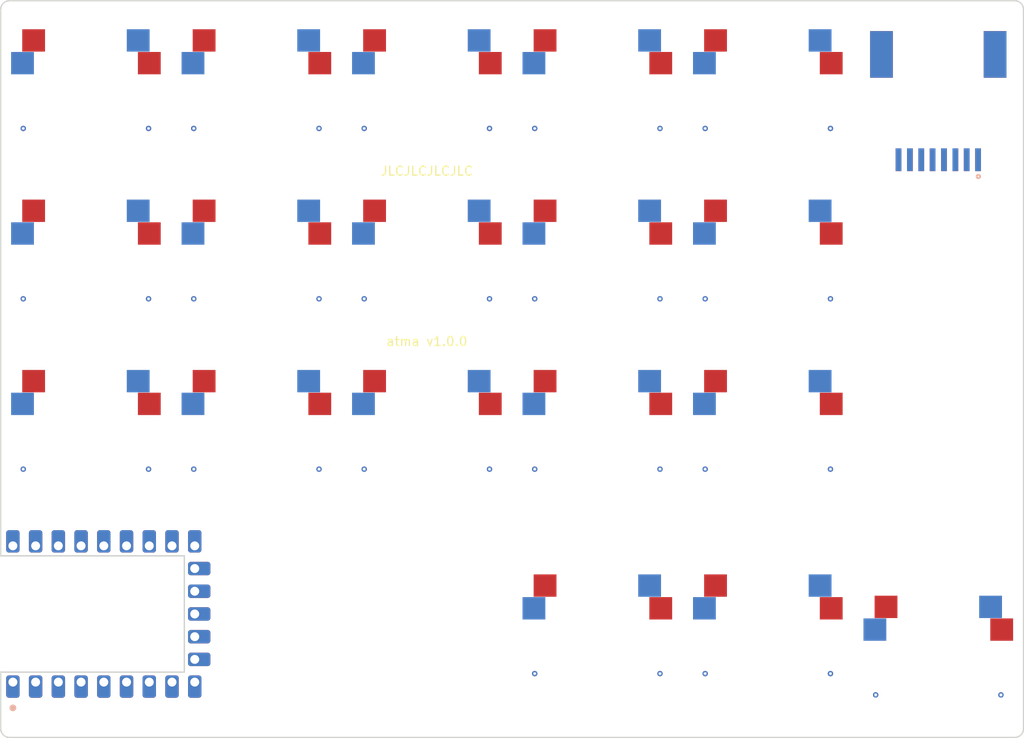
<source format=kicad_pcb>

            
(kicad_pcb (version 20171130) (host pcbnew 5.1.6)

  (page A3)
  (title_block
    (title atma)
    (rev 1.0.0)
    (company sboysel)
  )

  (general
    (thickness 1.6)
  )

  (layers
    (0 F.Cu signal)
    (31 B.Cu signal)
    (32 B.Adhes user)
    (33 F.Adhes user)
    (34 B.Paste user)
    (35 F.Paste user)
    (36 B.SilkS user)
    (37 F.SilkS user)
    (38 B.Mask user)
    (39 F.Mask user)
    (40 Dwgs.User user)
    (41 Cmts.User user)
    (42 Eco1.User user)
    (43 Eco2.User user)
    (44 Edge.Cuts user)
    (45 Margin user)
    (46 B.CrtYd user)
    (47 F.CrtYd user)
    (48 B.Fab user)
    (49 F.Fab user)
  )

  (setup
    (last_trace_width 0.25)
    (trace_clearance 0.2)
    (zone_clearance 0.508)
    (zone_45_only no)
    (trace_min 0.2)
    (via_size 0.8)
    (via_drill 0.4)
    (via_min_size 0.4)
    (via_min_drill 0.3)
    (uvia_size 0.3)
    (uvia_drill 0.1)
    (uvias_allowed no)
    (uvia_min_size 0.2)
    (uvia_min_drill 0.1)
    (edge_width 0.05)
    (segment_width 0.2)
    (pcb_text_width 0.3)
    (pcb_text_size 1.5 1.5)
    (mod_edge_width 0.12)
    (mod_text_size 1 1)
    (mod_text_width 0.15)
    (pad_size 1.524 1.524)
    (pad_drill 0.762)
    (pad_to_mask_clearance 0.05)
    (aux_axis_origin 0 0)
    (visible_elements FFFFFF7F)
    (pcbplotparams
      (layerselection 0x010fc_ffffffff)
      (usegerberextensions false)
      (usegerberattributes true)
      (usegerberadvancedattributes true)
      (creategerberjobfile true)
      (excludeedgelayer true)
      (linewidth 0.100000)
      (plotframeref false)
      (viasonmask false)
      (mode 1)
      (useauxorigin false)
      (hpglpennumber 1)
      (hpglpenspeed 20)
      (hpglpendiameter 15.000000)
      (psnegative false)
      (psa4output false)
      (plotreference true)
      (plotvalue true)
      (plotinvisibletext false)
      (padsonsilk false)
      (subtractmaskfromsilk false)
      (outputformat 1)
      (mirror false)
      (drillshape 1)
      (scaleselection 1)
      (outputdirectory ""))
  )

            (net 0 "")
(net 1 "matrix_pinky_bottom")
(net 2 "matrix_pinky_home")
(net 3 "matrix_pinky_top")
(net 4 "matrix_ring_bottom")
(net 5 "matrix_ring_home")
(net 6 "matrix_ring_top")
(net 7 "matrix_middle_bottom")
(net 8 "matrix_middle_home")
(net 9 "matrix_middle_top")
(net 10 "matrix_index_top")
(net 11 "matrix_index_home")
(net 12 "matrix_index_bottom")
(net 13 "GP12")
(net 14 "GP13")
(net 15 "matrix_inner_bottom")
(net 16 "matrix_inner_home")
(net 17 "matrix_inner_top")
(net 18 "thumbfan_far_home")
(net 19 "thumbfan_middle_home")
(net 20 "thumbfan_near_home")
(net 21 "3V3")
(net 22 "GND")
(net 23 "5V")
(net 24 "thumb_near_mods")
(net 25 "thumb_middle_mods")
(net 26 "thumb_far_mods")
            
  (net_class Default "This is the default net class."
    (clearance 0.2)
    (trace_width 0.25)
    (via_dia 0.8)
    (via_drill 0.4)
    (uvia_dia 0.3)
    (uvia_drill 0.1)
    (add_net "")
(add_net "matrix_pinky_bottom")
(add_net "matrix_pinky_home")
(add_net "matrix_pinky_top")
(add_net "matrix_ring_bottom")
(add_net "matrix_ring_home")
(add_net "matrix_ring_top")
(add_net "matrix_middle_bottom")
(add_net "matrix_middle_home")
(add_net "matrix_middle_top")
(add_net "matrix_index_top")
(add_net "matrix_index_home")
(add_net "matrix_index_bottom")
(add_net "GP12")
(add_net "GP13")
(add_net "matrix_inner_bottom")
(add_net "matrix_inner_home")
(add_net "matrix_inner_top")
(add_net "thumbfan_far_home")
(add_net "thumbfan_middle_home")
(add_net "thumbfan_near_home")
(add_net "3V3")
(add_net "GND")
(add_net "5V")
(add_net "thumb_near_mods")
(add_net "thumb_middle_mods")
(add_net "thumb_far_mods")
  )

            
        
    (module rp2040_zero_tht_pads (layer F.Cu)
      (at 154.4 173.35500000000002 90)
      (attr through_hole)
    
        
        (pad 1 thru_hole roundrect (at 7.62 -10.16 270) (size 2.5 1.5) (drill 1 (offset -0.5 0)) (layers *.Cu *.Mask) (roundrect_rratio 0.2) (net 1 "matrix_pinky_bottom"))
        (pad 2 thru_hole roundrect (at 7.62 -7.62 270) (size 2.5 1.5) (drill 1 (offset -0.5 0)) (layers *.Cu *.Mask) (roundrect_rratio 0.2) (net 2 "matrix_pinky_home"))
        (pad 3 thru_hole roundrect (at 7.62 -5.08 270) (size 2.5 1.5) (drill 1 (offset -0.5 0)) (layers *.Cu *.Mask) (roundrect_rratio 0.2) (net 3 "matrix_pinky_top"))
        (pad 4 thru_hole roundrect (at 7.62 -2.54 270) (size 2.5 1.5) (drill 1 (offset -0.5 0)) (layers *.Cu *.Mask) (roundrect_rratio 0.2) (net 4 "matrix_ring_bottom"))
        (pad 5 thru_hole roundrect (at 7.62 0 270) (size 2.5 1.5) (drill 1 (offset -0.5 0)) (layers *.Cu *.Mask) (roundrect_rratio 0.2) (net 5 "matrix_ring_home"))
        (pad 6 thru_hole roundrect (at 7.62 2.54 270) (size 2.5 1.5) (drill 1 (offset -0.5 0)) (layers *.Cu *.Mask) (roundrect_rratio 0.2) (net 6 "matrix_ring_top"))
        (pad 7 thru_hole roundrect (at 7.62 5.08 270) (size 2.5 1.5) (drill 1 (offset -0.5 0)) (layers *.Cu *.Mask) (roundrect_rratio 0.2) (net 7 "matrix_middle_bottom"))
        (pad 8 thru_hole roundrect (at 7.62 7.62 270) (size 2.5 1.5) (drill 1 (offset -0.5 0)) (layers *.Cu *.Mask) (roundrect_rratio 0.2) (net 8 "matrix_middle_home"))
        (pad 9 thru_hole roundrect (at 7.62 10.16 270) (size 2.5 1.5) (drill 1 (offset -0.5 0)) (layers *.Cu *.Mask) (roundrect_rratio 0.2) (net 9 "matrix_middle_top"))

        (pad 10 thru_hole roundrect (at 5.08 10.16 180) (size 2.5 1.5) (drill 1 (offset -0.5 0)) (layers *.Cu *.Mask) (roundrect_rratio 0.2) (net 10 "matrix_index_top"))
        (pad 11 thru_hole roundrect (at 2.54 10.16 180) (size 2.5 1.5) (drill 1 (offset -0.5 0)) (layers *.Cu *.Mask) (roundrect_rratio 0.2) (net 11 "matrix_index_home"))
        (pad 12 thru_hole roundrect (at 0 10.16 180) (size 2.5 1.5) (drill 1 (offset -0.5 0)) (layers *.Cu *.Mask) (roundrect_rratio 0.2) (net 12 "matrix_index_bottom"))
        (pad 13 thru_hole roundrect (at -2.54 10.16 180) (size 2.5 1.5) (drill 1 (offset -0.5 0)) (layers *.Cu *.Mask) (roundrect_rratio 0.2) (net 13 "GP12"))
        (pad 14 thru_hole roundrect (at -5.08 10.16 180) (size 2.5 1.5) (drill 1 (offset -0.5 0)) (layers *.Cu *.Mask) (roundrect_rratio 0.2) (net 14 "GP13"))
        
        (pad 15 thru_hole roundrect (at -7.62 10.16 90) (size 2.5 1.5) (drill 1 (offset -0.5 0)) (layers *.Cu *.Mask) (roundrect_rratio 0.2) (net 15 "matrix_inner_bottom"))
        (pad 16 thru_hole roundrect (at -7.62 7.62 90) (size 2.5 1.5) (drill 1 (offset -0.5 0)) (layers *.Cu *.Mask) (roundrect_rratio 0.2) (net 16 "matrix_inner_home"))
        (pad 17 thru_hole roundrect (at -7.62 5.08 90) (size 2.5 1.5) (drill 1 (offset -0.5 0)) (layers *.Cu *.Mask) (roundrect_rratio 0.2) (net 17 "matrix_inner_top"))
        (pad 18 thru_hole roundrect (at -7.62 2.54 90) (size 2.5 1.5) (drill 1 (offset -0.5 0)) (layers *.Cu *.Mask) (roundrect_rratio 0.2) (net 18 "thumbfan_far_home"))
        (pad 19 thru_hole roundrect (at -7.62 0 90) (size 2.5 1.5) (drill 1 (offset -0.5 0)) (layers *.Cu *.Mask) (roundrect_rratio 0.2) (net 19 "thumbfan_middle_home"))
        (pad 20 thru_hole roundrect (at -7.62 -2.54 90) (size 2.5 1.5) (drill 1 (offset -0.5 0)) (layers *.Cu *.Mask) (roundrect_rratio 0.2) (net 20 "thumbfan_near_home"))
        (pad 21 thru_hole roundrect (at -7.62 -5.08 90) (size 2.5 1.5) (drill 1 (offset -0.5 0)) (layers *.Cu *.Mask) (roundrect_rratio 0.2) (net 21 "3V3"))
        (pad 22 thru_hole roundrect (at -7.62 -7.62 90) (size 2.5 1.5) (drill 1 (offset -0.5 0)) (layers *.Cu *.Mask) (roundrect_rratio 0.2) (net 22 "GND"))
        (pad 23 thru_hole roundrect (at -7.62 -10.16 90) (size 2.5 1.5) (drill 1 (offset -0.5 0)) (layers *.Cu *.Mask) (roundrect_rratio 0.2) (net 23 "5V"))
        
        (fp_circle (center -10.5 -10.16) (end -10.75 -10.16) (layer F.SilkS) (width 0.25) (fill solid))
        (fp_circle (center -10.5 -10.16) (end -10.75 -10.16) (layer B.SilkS) (width 0.25) (fill solid))

      )
        

    (module "44144-0003" (layer F.Cu)
      (at 247.65000000000003 121.7295 180)
      (fp_line (start -7.62 0) (end 7.62 0) (layer F.Fab) (width 0.2))
      (fp_line (start 7.62 0) (end 7.62 16.89) (layer F.Fab) (width 0.2))
      (fp_line (start 7.62 16.89) (end -7.62 16.89) (layer F.Fab) (width 0.2))
      (fp_line (start -7.62 16.89) (end -7.62 0) (layer F.Fab) (width 0.2))
      (fp_circle (center -4.48 -2.704) (end -4.48 -2.61208) (layer F.SilkS) (width 0.2))

      (pad 1 smd rect (at -4.445 -0.83 180) (size 0.64 2.54) (layers F.Cu F.Paste F.Mask) (net 21 "3V3"))
      (pad 2 smd rect (at -3.175 -0.83 180) (size 0.64 2.54) (layers F.Cu F.Paste F.Mask) (net 22 "GND"))
      (pad 3 smd rect (at -1.905 -0.83 180) (size 0.64 2.54) (layers F.Cu F.Paste F.Mask) (net 14 "GP13"))
      (pad 4 smd rect (at -0.635 -0.83 180) (size 0.64 2.54) (layers F.Cu F.Paste F.Mask) (net 14 "GP13"))
      (pad 5 smd rect (at 0.635 -0.83 180) (size 0.64 2.54) (layers F.Cu F.Paste F.Mask) (net 13 "GP12"))
      (pad 6 smd rect (at 1.905 -0.83 180) (size 0.64 2.54) (layers F.Cu F.Paste F.Mask) (net 13 "GP12"))
      (pad 7 smd rect (at 3.175 -0.83 180) (size 0.64 2.54) (layers F.Cu F.Paste F.Mask) (net 22 "GND"))
      (pad 8 smd rect (at 4.445 -0.83 180) (size 0.64 2.54) (layers F.Cu F.Paste F.Mask) (net 21 "3V3"))
      (pad 9 smd rect (at -6.35 10.945 180) (size 2.54 5.21) (layers F.Cu F.Paste F.Mask))
      (pad 10 smd rect (at 6.35 10.945 180) (size 2.54 5.21) (layers F.Cu F.Paste F.Mask))

      (fp_line (start -7.62 0) (end 7.62 0) (layer B.Fab) (width 0.2))
      (fp_line (start 7.62 0) (end 7.62 16.89) (layer B.Fab) (width 0.2))
      (fp_line (start 7.62 16.89) (end -7.62 16.89) (layer B.Fab) (width 0.2))
      (fp_line (start -7.62 16.89) (end -7.62 0) (layer B.Fab) (width 0.2))
      (fp_circle (center -4.48 -2.704) (end -4.48 -2.61208) (layer B.SilkS) (width 0.2))

      (pad 1 smd rect (at -4.445 -0.83 180) (size 0.64 2.54) (layers B.Cu B.Paste B.Mask) (net 21 "3V3"))
      (pad 2 smd rect (at -3.175 -0.83 180) (size 0.64 2.54) (layers B.Cu B.Paste B.Mask) (net 22 "GND"))
      (pad 3 smd rect (at -1.905 -0.83 180) (size 0.64 2.54) (layers B.Cu B.Paste B.Mask) (net 14 "GP13"))
      (pad 4 smd rect (at -0.635 -0.83 180) (size 0.64 2.54) (layers B.Cu B.Paste B.Mask) (net 14 "GP13"))
      (pad 5 smd rect (at 0.635 -0.83 180) (size 0.64 2.54) (layers B.Cu B.Paste B.Mask) (net 13 "GP12"))
      (pad 6 smd rect (at 1.905 -0.83 180) (size 0.64 2.54) (layers B.Cu B.Paste B.Mask) (net 13 "GP12"))
      (pad 7 smd rect (at 3.175 -0.83 180) (size 0.64 2.54) (layers B.Cu B.Paste B.Mask) (net 22 "GND"))
      (pad 8 smd rect (at 4.445 -0.83 180) (size 0.64 2.54) (layers B.Cu B.Paste B.Mask) (net 21 "3V3"))
      (pad 9 smd rect (at -6.35 10.945 180) (size 2.54 5.21) (layers B.Cu B.Paste B.Mask))
      (pad 10 smd rect (at 6.35 10.945 180) (size 2.54 5.21) (layers B.Cu B.Paste B.Mask))

    )
    

        
      (module MX (layer F.Cu) (tedit 5DD4F656)
      (at 152.4 152.4 0)

      
      (fp_text reference "S1" (at 0 0) (layer F.SilkS) hide (effects (font (size 1.27 1.27) (thickness 0.15))))
      (fp_text value "" (at 0 0) (layer F.SilkS) hide (effects (font (size 1.27 1.27) (thickness 0.15))))

      
      (fp_line (start -7 -6) (end -7 -7) (layer Dwgs.User) (width 0.15))
      (fp_line (start -7 7) (end -6 7) (layer Dwgs.User) (width 0.15))
      (fp_line (start -6 -7) (end -7 -7) (layer Dwgs.User) (width 0.15))
      (fp_line (start -7 7) (end -7 6) (layer Dwgs.User) (width 0.15))
      (fp_line (start 7 6) (end 7 7) (layer Dwgs.User) (width 0.15))
      (fp_line (start 7 -7) (end 6 -7) (layer Dwgs.User) (width 0.15))
      (fp_line (start 6 7) (end 7 7) (layer Dwgs.User) (width 0.15))
      (fp_line (start 7 -7) (end 7 -6) (layer Dwgs.User) (width 0.15))
    
      
      (pad "" np_thru_hole circle (at 0 0) (size 3.9878 3.9878) (drill 3.9878) (layers *.Cu *.Mask))

      
      (pad "" np_thru_hole circle (at 5.08 0) (size 1.7018 1.7018) (drill 1.7018) (layers *.Cu *.Mask))
      (pad "" np_thru_hole circle (at -5.08 0) (size 1.7018 1.7018) (drill 1.7018) (layers *.Cu *.Mask))
      
        
      
      (fp_line (start -9.5 -9.5) (end 9.5 -9.5) (layer Dwgs.User) (width 0.15))
      (fp_line (start 9.5 -9.5) (end 9.5 9.5) (layer Dwgs.User) (width 0.15))
      (fp_line (start 9.5 9.5) (end -9.5 9.5) (layer Dwgs.User) (width 0.15))
      (fp_line (start -9.5 9.5) (end -9.5 -9.5) (layer Dwgs.User) (width 0.15))
      
        
        
        (pad "" np_thru_hole circle (at 2.54 -5.08) (size 3 3) (drill 3) (layers *.Cu *.Mask))
        (pad "" np_thru_hole circle (at -3.81 -2.54) (size 3 3) (drill 3) (layers *.Cu *.Mask))
        
        
        (pad 1 smd rect (at -7.085 -2.54 0) (size 2.55 2.5) (layers B.Cu B.Paste B.Mask) (net 1 "matrix_pinky_bottom"))
        (pad 2 smd rect (at 5.842 -5.08 0) (size 2.55 2.5) (layers B.Cu B.Paste B.Mask) (net 22 "GND"))
        
        
        
        (pad "" np_thru_hole circle (at -2.54 -5.08) (size 3 3) (drill 3) (layers *.Cu *.Mask))
        (pad "" np_thru_hole circle (at 3.81 -2.54) (size 3 3) (drill 3) (layers *.Cu *.Mask))
        
        
        (pad 1 smd rect (at 7.085 -2.54 0) (size 2.55 2.5) (layers F.Cu F.Paste F.Mask) (net 1 "matrix_pinky_bottom"))
        (pad 2 smd rect (at -5.842 -5.08 0) (size 2.55 2.5) (layers F.Cu F.Paste F.Mask) (net 22 "GND"))
        )
        

        
      (module MX (layer F.Cu) (tedit 5DD4F656)
      (at 152.4 133.35 0)

      
      (fp_text reference "S2" (at 0 0) (layer F.SilkS) hide (effects (font (size 1.27 1.27) (thickness 0.15))))
      (fp_text value "" (at 0 0) (layer F.SilkS) hide (effects (font (size 1.27 1.27) (thickness 0.15))))

      
      (fp_line (start -7 -6) (end -7 -7) (layer Dwgs.User) (width 0.15))
      (fp_line (start -7 7) (end -6 7) (layer Dwgs.User) (width 0.15))
      (fp_line (start -6 -7) (end -7 -7) (layer Dwgs.User) (width 0.15))
      (fp_line (start -7 7) (end -7 6) (layer Dwgs.User) (width 0.15))
      (fp_line (start 7 6) (end 7 7) (layer Dwgs.User) (width 0.15))
      (fp_line (start 7 -7) (end 6 -7) (layer Dwgs.User) (width 0.15))
      (fp_line (start 6 7) (end 7 7) (layer Dwgs.User) (width 0.15))
      (fp_line (start 7 -7) (end 7 -6) (layer Dwgs.User) (width 0.15))
    
      
      (pad "" np_thru_hole circle (at 0 0) (size 3.9878 3.9878) (drill 3.9878) (layers *.Cu *.Mask))

      
      (pad "" np_thru_hole circle (at 5.08 0) (size 1.7018 1.7018) (drill 1.7018) (layers *.Cu *.Mask))
      (pad "" np_thru_hole circle (at -5.08 0) (size 1.7018 1.7018) (drill 1.7018) (layers *.Cu *.Mask))
      
        
      
      (fp_line (start -9.5 -9.5) (end 9.5 -9.5) (layer Dwgs.User) (width 0.15))
      (fp_line (start 9.5 -9.5) (end 9.5 9.5) (layer Dwgs.User) (width 0.15))
      (fp_line (start 9.5 9.5) (end -9.5 9.5) (layer Dwgs.User) (width 0.15))
      (fp_line (start -9.5 9.5) (end -9.5 -9.5) (layer Dwgs.User) (width 0.15))
      
        
        
        (pad "" np_thru_hole circle (at 2.54 -5.08) (size 3 3) (drill 3) (layers *.Cu *.Mask))
        (pad "" np_thru_hole circle (at -3.81 -2.54) (size 3 3) (drill 3) (layers *.Cu *.Mask))
        
        
        (pad 1 smd rect (at -7.085 -2.54 0) (size 2.55 2.5) (layers B.Cu B.Paste B.Mask) (net 2 "matrix_pinky_home"))
        (pad 2 smd rect (at 5.842 -5.08 0) (size 2.55 2.5) (layers B.Cu B.Paste B.Mask) (net 22 "GND"))
        
        
        
        (pad "" np_thru_hole circle (at -2.54 -5.08) (size 3 3) (drill 3) (layers *.Cu *.Mask))
        (pad "" np_thru_hole circle (at 3.81 -2.54) (size 3 3) (drill 3) (layers *.Cu *.Mask))
        
        
        (pad 1 smd rect (at 7.085 -2.54 0) (size 2.55 2.5) (layers F.Cu F.Paste F.Mask) (net 2 "matrix_pinky_home"))
        (pad 2 smd rect (at -5.842 -5.08 0) (size 2.55 2.5) (layers F.Cu F.Paste F.Mask) (net 22 "GND"))
        )
        

        
      (module MX (layer F.Cu) (tedit 5DD4F656)
      (at 152.4 114.3 0)

      
      (fp_text reference "S3" (at 0 0) (layer F.SilkS) hide (effects (font (size 1.27 1.27) (thickness 0.15))))
      (fp_text value "" (at 0 0) (layer F.SilkS) hide (effects (font (size 1.27 1.27) (thickness 0.15))))

      
      (fp_line (start -7 -6) (end -7 -7) (layer Dwgs.User) (width 0.15))
      (fp_line (start -7 7) (end -6 7) (layer Dwgs.User) (width 0.15))
      (fp_line (start -6 -7) (end -7 -7) (layer Dwgs.User) (width 0.15))
      (fp_line (start -7 7) (end -7 6) (layer Dwgs.User) (width 0.15))
      (fp_line (start 7 6) (end 7 7) (layer Dwgs.User) (width 0.15))
      (fp_line (start 7 -7) (end 6 -7) (layer Dwgs.User) (width 0.15))
      (fp_line (start 6 7) (end 7 7) (layer Dwgs.User) (width 0.15))
      (fp_line (start 7 -7) (end 7 -6) (layer Dwgs.User) (width 0.15))
    
      
      (pad "" np_thru_hole circle (at 0 0) (size 3.9878 3.9878) (drill 3.9878) (layers *.Cu *.Mask))

      
      (pad "" np_thru_hole circle (at 5.08 0) (size 1.7018 1.7018) (drill 1.7018) (layers *.Cu *.Mask))
      (pad "" np_thru_hole circle (at -5.08 0) (size 1.7018 1.7018) (drill 1.7018) (layers *.Cu *.Mask))
      
        
      
      (fp_line (start -9.5 -9.5) (end 9.5 -9.5) (layer Dwgs.User) (width 0.15))
      (fp_line (start 9.5 -9.5) (end 9.5 9.5) (layer Dwgs.User) (width 0.15))
      (fp_line (start 9.5 9.5) (end -9.5 9.5) (layer Dwgs.User) (width 0.15))
      (fp_line (start -9.5 9.5) (end -9.5 -9.5) (layer Dwgs.User) (width 0.15))
      
        
        
        (pad "" np_thru_hole circle (at 2.54 -5.08) (size 3 3) (drill 3) (layers *.Cu *.Mask))
        (pad "" np_thru_hole circle (at -3.81 -2.54) (size 3 3) (drill 3) (layers *.Cu *.Mask))
        
        
        (pad 1 smd rect (at -7.085 -2.54 0) (size 2.55 2.5) (layers B.Cu B.Paste B.Mask) (net 3 "matrix_pinky_top"))
        (pad 2 smd rect (at 5.842 -5.08 0) (size 2.55 2.5) (layers B.Cu B.Paste B.Mask) (net 22 "GND"))
        
        
        
        (pad "" np_thru_hole circle (at -2.54 -5.08) (size 3 3) (drill 3) (layers *.Cu *.Mask))
        (pad "" np_thru_hole circle (at 3.81 -2.54) (size 3 3) (drill 3) (layers *.Cu *.Mask))
        
        
        (pad 1 smd rect (at 7.085 -2.54 0) (size 2.55 2.5) (layers F.Cu F.Paste F.Mask) (net 3 "matrix_pinky_top"))
        (pad 2 smd rect (at -5.842 -5.08 0) (size 2.55 2.5) (layers F.Cu F.Paste F.Mask) (net 22 "GND"))
        )
        

        
      (module MX (layer F.Cu) (tedit 5DD4F656)
      (at 171.45000000000002 152.4 0)

      
      (fp_text reference "S4" (at 0 0) (layer F.SilkS) hide (effects (font (size 1.27 1.27) (thickness 0.15))))
      (fp_text value "" (at 0 0) (layer F.SilkS) hide (effects (font (size 1.27 1.27) (thickness 0.15))))

      
      (fp_line (start -7 -6) (end -7 -7) (layer Dwgs.User) (width 0.15))
      (fp_line (start -7 7) (end -6 7) (layer Dwgs.User) (width 0.15))
      (fp_line (start -6 -7) (end -7 -7) (layer Dwgs.User) (width 0.15))
      (fp_line (start -7 7) (end -7 6) (layer Dwgs.User) (width 0.15))
      (fp_line (start 7 6) (end 7 7) (layer Dwgs.User) (width 0.15))
      (fp_line (start 7 -7) (end 6 -7) (layer Dwgs.User) (width 0.15))
      (fp_line (start 6 7) (end 7 7) (layer Dwgs.User) (width 0.15))
      (fp_line (start 7 -7) (end 7 -6) (layer Dwgs.User) (width 0.15))
    
      
      (pad "" np_thru_hole circle (at 0 0) (size 3.9878 3.9878) (drill 3.9878) (layers *.Cu *.Mask))

      
      (pad "" np_thru_hole circle (at 5.08 0) (size 1.7018 1.7018) (drill 1.7018) (layers *.Cu *.Mask))
      (pad "" np_thru_hole circle (at -5.08 0) (size 1.7018 1.7018) (drill 1.7018) (layers *.Cu *.Mask))
      
        
      
      (fp_line (start -9.5 -9.5) (end 9.5 -9.5) (layer Dwgs.User) (width 0.15))
      (fp_line (start 9.5 -9.5) (end 9.5 9.5) (layer Dwgs.User) (width 0.15))
      (fp_line (start 9.5 9.5) (end -9.5 9.5) (layer Dwgs.User) (width 0.15))
      (fp_line (start -9.5 9.5) (end -9.5 -9.5) (layer Dwgs.User) (width 0.15))
      
        
        
        (pad "" np_thru_hole circle (at 2.54 -5.08) (size 3 3) (drill 3) (layers *.Cu *.Mask))
        (pad "" np_thru_hole circle (at -3.81 -2.54) (size 3 3) (drill 3) (layers *.Cu *.Mask))
        
        
        (pad 1 smd rect (at -7.085 -2.54 0) (size 2.55 2.5) (layers B.Cu B.Paste B.Mask) (net 4 "matrix_ring_bottom"))
        (pad 2 smd rect (at 5.842 -5.08 0) (size 2.55 2.5) (layers B.Cu B.Paste B.Mask) (net 22 "GND"))
        
        
        
        (pad "" np_thru_hole circle (at -2.54 -5.08) (size 3 3) (drill 3) (layers *.Cu *.Mask))
        (pad "" np_thru_hole circle (at 3.81 -2.54) (size 3 3) (drill 3) (layers *.Cu *.Mask))
        
        
        (pad 1 smd rect (at 7.085 -2.54 0) (size 2.55 2.5) (layers F.Cu F.Paste F.Mask) (net 4 "matrix_ring_bottom"))
        (pad 2 smd rect (at -5.842 -5.08 0) (size 2.55 2.5) (layers F.Cu F.Paste F.Mask) (net 22 "GND"))
        )
        

        
      (module MX (layer F.Cu) (tedit 5DD4F656)
      (at 171.45000000000002 133.35 0)

      
      (fp_text reference "S5" (at 0 0) (layer F.SilkS) hide (effects (font (size 1.27 1.27) (thickness 0.15))))
      (fp_text value "" (at 0 0) (layer F.SilkS) hide (effects (font (size 1.27 1.27) (thickness 0.15))))

      
      (fp_line (start -7 -6) (end -7 -7) (layer Dwgs.User) (width 0.15))
      (fp_line (start -7 7) (end -6 7) (layer Dwgs.User) (width 0.15))
      (fp_line (start -6 -7) (end -7 -7) (layer Dwgs.User) (width 0.15))
      (fp_line (start -7 7) (end -7 6) (layer Dwgs.User) (width 0.15))
      (fp_line (start 7 6) (end 7 7) (layer Dwgs.User) (width 0.15))
      (fp_line (start 7 -7) (end 6 -7) (layer Dwgs.User) (width 0.15))
      (fp_line (start 6 7) (end 7 7) (layer Dwgs.User) (width 0.15))
      (fp_line (start 7 -7) (end 7 -6) (layer Dwgs.User) (width 0.15))
    
      
      (pad "" np_thru_hole circle (at 0 0) (size 3.9878 3.9878) (drill 3.9878) (layers *.Cu *.Mask))

      
      (pad "" np_thru_hole circle (at 5.08 0) (size 1.7018 1.7018) (drill 1.7018) (layers *.Cu *.Mask))
      (pad "" np_thru_hole circle (at -5.08 0) (size 1.7018 1.7018) (drill 1.7018) (layers *.Cu *.Mask))
      
        
      
      (fp_line (start -9.5 -9.5) (end 9.5 -9.5) (layer Dwgs.User) (width 0.15))
      (fp_line (start 9.5 -9.5) (end 9.5 9.5) (layer Dwgs.User) (width 0.15))
      (fp_line (start 9.5 9.5) (end -9.5 9.5) (layer Dwgs.User) (width 0.15))
      (fp_line (start -9.5 9.5) (end -9.5 -9.5) (layer Dwgs.User) (width 0.15))
      
        
        
        (pad "" np_thru_hole circle (at 2.54 -5.08) (size 3 3) (drill 3) (layers *.Cu *.Mask))
        (pad "" np_thru_hole circle (at -3.81 -2.54) (size 3 3) (drill 3) (layers *.Cu *.Mask))
        
        
        (pad 1 smd rect (at -7.085 -2.54 0) (size 2.55 2.5) (layers B.Cu B.Paste B.Mask) (net 5 "matrix_ring_home"))
        (pad 2 smd rect (at 5.842 -5.08 0) (size 2.55 2.5) (layers B.Cu B.Paste B.Mask) (net 22 "GND"))
        
        
        
        (pad "" np_thru_hole circle (at -2.54 -5.08) (size 3 3) (drill 3) (layers *.Cu *.Mask))
        (pad "" np_thru_hole circle (at 3.81 -2.54) (size 3 3) (drill 3) (layers *.Cu *.Mask))
        
        
        (pad 1 smd rect (at 7.085 -2.54 0) (size 2.55 2.5) (layers F.Cu F.Paste F.Mask) (net 5 "matrix_ring_home"))
        (pad 2 smd rect (at -5.842 -5.08 0) (size 2.55 2.5) (layers F.Cu F.Paste F.Mask) (net 22 "GND"))
        )
        

        
      (module MX (layer F.Cu) (tedit 5DD4F656)
      (at 171.45000000000002 114.3 0)

      
      (fp_text reference "S6" (at 0 0) (layer F.SilkS) hide (effects (font (size 1.27 1.27) (thickness 0.15))))
      (fp_text value "" (at 0 0) (layer F.SilkS) hide (effects (font (size 1.27 1.27) (thickness 0.15))))

      
      (fp_line (start -7 -6) (end -7 -7) (layer Dwgs.User) (width 0.15))
      (fp_line (start -7 7) (end -6 7) (layer Dwgs.User) (width 0.15))
      (fp_line (start -6 -7) (end -7 -7) (layer Dwgs.User) (width 0.15))
      (fp_line (start -7 7) (end -7 6) (layer Dwgs.User) (width 0.15))
      (fp_line (start 7 6) (end 7 7) (layer Dwgs.User) (width 0.15))
      (fp_line (start 7 -7) (end 6 -7) (layer Dwgs.User) (width 0.15))
      (fp_line (start 6 7) (end 7 7) (layer Dwgs.User) (width 0.15))
      (fp_line (start 7 -7) (end 7 -6) (layer Dwgs.User) (width 0.15))
    
      
      (pad "" np_thru_hole circle (at 0 0) (size 3.9878 3.9878) (drill 3.9878) (layers *.Cu *.Mask))

      
      (pad "" np_thru_hole circle (at 5.08 0) (size 1.7018 1.7018) (drill 1.7018) (layers *.Cu *.Mask))
      (pad "" np_thru_hole circle (at -5.08 0) (size 1.7018 1.7018) (drill 1.7018) (layers *.Cu *.Mask))
      
        
      
      (fp_line (start -9.5 -9.5) (end 9.5 -9.5) (layer Dwgs.User) (width 0.15))
      (fp_line (start 9.5 -9.5) (end 9.5 9.5) (layer Dwgs.User) (width 0.15))
      (fp_line (start 9.5 9.5) (end -9.5 9.5) (layer Dwgs.User) (width 0.15))
      (fp_line (start -9.5 9.5) (end -9.5 -9.5) (layer Dwgs.User) (width 0.15))
      
        
        
        (pad "" np_thru_hole circle (at 2.54 -5.08) (size 3 3) (drill 3) (layers *.Cu *.Mask))
        (pad "" np_thru_hole circle (at -3.81 -2.54) (size 3 3) (drill 3) (layers *.Cu *.Mask))
        
        
        (pad 1 smd rect (at -7.085 -2.54 0) (size 2.55 2.5) (layers B.Cu B.Paste B.Mask) (net 6 "matrix_ring_top"))
        (pad 2 smd rect (at 5.842 -5.08 0) (size 2.55 2.5) (layers B.Cu B.Paste B.Mask) (net 22 "GND"))
        
        
        
        (pad "" np_thru_hole circle (at -2.54 -5.08) (size 3 3) (drill 3) (layers *.Cu *.Mask))
        (pad "" np_thru_hole circle (at 3.81 -2.54) (size 3 3) (drill 3) (layers *.Cu *.Mask))
        
        
        (pad 1 smd rect (at 7.085 -2.54 0) (size 2.55 2.5) (layers F.Cu F.Paste F.Mask) (net 6 "matrix_ring_top"))
        (pad 2 smd rect (at -5.842 -5.08 0) (size 2.55 2.5) (layers F.Cu F.Paste F.Mask) (net 22 "GND"))
        )
        

        
      (module MX (layer F.Cu) (tedit 5DD4F656)
      (at 190.5 152.4 0)

      
      (fp_text reference "S7" (at 0 0) (layer F.SilkS) hide (effects (font (size 1.27 1.27) (thickness 0.15))))
      (fp_text value "" (at 0 0) (layer F.SilkS) hide (effects (font (size 1.27 1.27) (thickness 0.15))))

      
      (fp_line (start -7 -6) (end -7 -7) (layer Dwgs.User) (width 0.15))
      (fp_line (start -7 7) (end -6 7) (layer Dwgs.User) (width 0.15))
      (fp_line (start -6 -7) (end -7 -7) (layer Dwgs.User) (width 0.15))
      (fp_line (start -7 7) (end -7 6) (layer Dwgs.User) (width 0.15))
      (fp_line (start 7 6) (end 7 7) (layer Dwgs.User) (width 0.15))
      (fp_line (start 7 -7) (end 6 -7) (layer Dwgs.User) (width 0.15))
      (fp_line (start 6 7) (end 7 7) (layer Dwgs.User) (width 0.15))
      (fp_line (start 7 -7) (end 7 -6) (layer Dwgs.User) (width 0.15))
    
      
      (pad "" np_thru_hole circle (at 0 0) (size 3.9878 3.9878) (drill 3.9878) (layers *.Cu *.Mask))

      
      (pad "" np_thru_hole circle (at 5.08 0) (size 1.7018 1.7018) (drill 1.7018) (layers *.Cu *.Mask))
      (pad "" np_thru_hole circle (at -5.08 0) (size 1.7018 1.7018) (drill 1.7018) (layers *.Cu *.Mask))
      
        
      
      (fp_line (start -9.5 -9.5) (end 9.5 -9.5) (layer Dwgs.User) (width 0.15))
      (fp_line (start 9.5 -9.5) (end 9.5 9.5) (layer Dwgs.User) (width 0.15))
      (fp_line (start 9.5 9.5) (end -9.5 9.5) (layer Dwgs.User) (width 0.15))
      (fp_line (start -9.5 9.5) (end -9.5 -9.5) (layer Dwgs.User) (width 0.15))
      
        
        
        (pad "" np_thru_hole circle (at 2.54 -5.08) (size 3 3) (drill 3) (layers *.Cu *.Mask))
        (pad "" np_thru_hole circle (at -3.81 -2.54) (size 3 3) (drill 3) (layers *.Cu *.Mask))
        
        
        (pad 1 smd rect (at -7.085 -2.54 0) (size 2.55 2.5) (layers B.Cu B.Paste B.Mask) (net 7 "matrix_middle_bottom"))
        (pad 2 smd rect (at 5.842 -5.08 0) (size 2.55 2.5) (layers B.Cu B.Paste B.Mask) (net 22 "GND"))
        
        
        
        (pad "" np_thru_hole circle (at -2.54 -5.08) (size 3 3) (drill 3) (layers *.Cu *.Mask))
        (pad "" np_thru_hole circle (at 3.81 -2.54) (size 3 3) (drill 3) (layers *.Cu *.Mask))
        
        
        (pad 1 smd rect (at 7.085 -2.54 0) (size 2.55 2.5) (layers F.Cu F.Paste F.Mask) (net 7 "matrix_middle_bottom"))
        (pad 2 smd rect (at -5.842 -5.08 0) (size 2.55 2.5) (layers F.Cu F.Paste F.Mask) (net 22 "GND"))
        )
        

        
      (module MX (layer F.Cu) (tedit 5DD4F656)
      (at 190.5 133.35 0)

      
      (fp_text reference "S8" (at 0 0) (layer F.SilkS) hide (effects (font (size 1.27 1.27) (thickness 0.15))))
      (fp_text value "" (at 0 0) (layer F.SilkS) hide (effects (font (size 1.27 1.27) (thickness 0.15))))

      
      (fp_line (start -7 -6) (end -7 -7) (layer Dwgs.User) (width 0.15))
      (fp_line (start -7 7) (end -6 7) (layer Dwgs.User) (width 0.15))
      (fp_line (start -6 -7) (end -7 -7) (layer Dwgs.User) (width 0.15))
      (fp_line (start -7 7) (end -7 6) (layer Dwgs.User) (width 0.15))
      (fp_line (start 7 6) (end 7 7) (layer Dwgs.User) (width 0.15))
      (fp_line (start 7 -7) (end 6 -7) (layer Dwgs.User) (width 0.15))
      (fp_line (start 6 7) (end 7 7) (layer Dwgs.User) (width 0.15))
      (fp_line (start 7 -7) (end 7 -6) (layer Dwgs.User) (width 0.15))
    
      
      (pad "" np_thru_hole circle (at 0 0) (size 3.9878 3.9878) (drill 3.9878) (layers *.Cu *.Mask))

      
      (pad "" np_thru_hole circle (at 5.08 0) (size 1.7018 1.7018) (drill 1.7018) (layers *.Cu *.Mask))
      (pad "" np_thru_hole circle (at -5.08 0) (size 1.7018 1.7018) (drill 1.7018) (layers *.Cu *.Mask))
      
        
      
      (fp_line (start -9.5 -9.5) (end 9.5 -9.5) (layer Dwgs.User) (width 0.15))
      (fp_line (start 9.5 -9.5) (end 9.5 9.5) (layer Dwgs.User) (width 0.15))
      (fp_line (start 9.5 9.5) (end -9.5 9.5) (layer Dwgs.User) (width 0.15))
      (fp_line (start -9.5 9.5) (end -9.5 -9.5) (layer Dwgs.User) (width 0.15))
      
        
        
        (pad "" np_thru_hole circle (at 2.54 -5.08) (size 3 3) (drill 3) (layers *.Cu *.Mask))
        (pad "" np_thru_hole circle (at -3.81 -2.54) (size 3 3) (drill 3) (layers *.Cu *.Mask))
        
        
        (pad 1 smd rect (at -7.085 -2.54 0) (size 2.55 2.5) (layers B.Cu B.Paste B.Mask) (net 8 "matrix_middle_home"))
        (pad 2 smd rect (at 5.842 -5.08 0) (size 2.55 2.5) (layers B.Cu B.Paste B.Mask) (net 22 "GND"))
        
        
        
        (pad "" np_thru_hole circle (at -2.54 -5.08) (size 3 3) (drill 3) (layers *.Cu *.Mask))
        (pad "" np_thru_hole circle (at 3.81 -2.54) (size 3 3) (drill 3) (layers *.Cu *.Mask))
        
        
        (pad 1 smd rect (at 7.085 -2.54 0) (size 2.55 2.5) (layers F.Cu F.Paste F.Mask) (net 8 "matrix_middle_home"))
        (pad 2 smd rect (at -5.842 -5.08 0) (size 2.55 2.5) (layers F.Cu F.Paste F.Mask) (net 22 "GND"))
        )
        

        
      (module MX (layer F.Cu) (tedit 5DD4F656)
      (at 190.5 114.3 0)

      
      (fp_text reference "S9" (at 0 0) (layer F.SilkS) hide (effects (font (size 1.27 1.27) (thickness 0.15))))
      (fp_text value "" (at 0 0) (layer F.SilkS) hide (effects (font (size 1.27 1.27) (thickness 0.15))))

      
      (fp_line (start -7 -6) (end -7 -7) (layer Dwgs.User) (width 0.15))
      (fp_line (start -7 7) (end -6 7) (layer Dwgs.User) (width 0.15))
      (fp_line (start -6 -7) (end -7 -7) (layer Dwgs.User) (width 0.15))
      (fp_line (start -7 7) (end -7 6) (layer Dwgs.User) (width 0.15))
      (fp_line (start 7 6) (end 7 7) (layer Dwgs.User) (width 0.15))
      (fp_line (start 7 -7) (end 6 -7) (layer Dwgs.User) (width 0.15))
      (fp_line (start 6 7) (end 7 7) (layer Dwgs.User) (width 0.15))
      (fp_line (start 7 -7) (end 7 -6) (layer Dwgs.User) (width 0.15))
    
      
      (pad "" np_thru_hole circle (at 0 0) (size 3.9878 3.9878) (drill 3.9878) (layers *.Cu *.Mask))

      
      (pad "" np_thru_hole circle (at 5.08 0) (size 1.7018 1.7018) (drill 1.7018) (layers *.Cu *.Mask))
      (pad "" np_thru_hole circle (at -5.08 0) (size 1.7018 1.7018) (drill 1.7018) (layers *.Cu *.Mask))
      
        
      
      (fp_line (start -9.5 -9.5) (end 9.5 -9.5) (layer Dwgs.User) (width 0.15))
      (fp_line (start 9.5 -9.5) (end 9.5 9.5) (layer Dwgs.User) (width 0.15))
      (fp_line (start 9.5 9.5) (end -9.5 9.5) (layer Dwgs.User) (width 0.15))
      (fp_line (start -9.5 9.5) (end -9.5 -9.5) (layer Dwgs.User) (width 0.15))
      
        
        
        (pad "" np_thru_hole circle (at 2.54 -5.08) (size 3 3) (drill 3) (layers *.Cu *.Mask))
        (pad "" np_thru_hole circle (at -3.81 -2.54) (size 3 3) (drill 3) (layers *.Cu *.Mask))
        
        
        (pad 1 smd rect (at -7.085 -2.54 0) (size 2.55 2.5) (layers B.Cu B.Paste B.Mask) (net 9 "matrix_middle_top"))
        (pad 2 smd rect (at 5.842 -5.08 0) (size 2.55 2.5) (layers B.Cu B.Paste B.Mask) (net 22 "GND"))
        
        
        
        (pad "" np_thru_hole circle (at -2.54 -5.08) (size 3 3) (drill 3) (layers *.Cu *.Mask))
        (pad "" np_thru_hole circle (at 3.81 -2.54) (size 3 3) (drill 3) (layers *.Cu *.Mask))
        
        
        (pad 1 smd rect (at 7.085 -2.54 0) (size 2.55 2.5) (layers F.Cu F.Paste F.Mask) (net 9 "matrix_middle_top"))
        (pad 2 smd rect (at -5.842 -5.08 0) (size 2.55 2.5) (layers F.Cu F.Paste F.Mask) (net 22 "GND"))
        )
        

        
      (module MX (layer F.Cu) (tedit 5DD4F656)
      (at 209.55 152.4 0)

      
      (fp_text reference "S10" (at 0 0) (layer F.SilkS) hide (effects (font (size 1.27 1.27) (thickness 0.15))))
      (fp_text value "" (at 0 0) (layer F.SilkS) hide (effects (font (size 1.27 1.27) (thickness 0.15))))

      
      (fp_line (start -7 -6) (end -7 -7) (layer Dwgs.User) (width 0.15))
      (fp_line (start -7 7) (end -6 7) (layer Dwgs.User) (width 0.15))
      (fp_line (start -6 -7) (end -7 -7) (layer Dwgs.User) (width 0.15))
      (fp_line (start -7 7) (end -7 6) (layer Dwgs.User) (width 0.15))
      (fp_line (start 7 6) (end 7 7) (layer Dwgs.User) (width 0.15))
      (fp_line (start 7 -7) (end 6 -7) (layer Dwgs.User) (width 0.15))
      (fp_line (start 6 7) (end 7 7) (layer Dwgs.User) (width 0.15))
      (fp_line (start 7 -7) (end 7 -6) (layer Dwgs.User) (width 0.15))
    
      
      (pad "" np_thru_hole circle (at 0 0) (size 3.9878 3.9878) (drill 3.9878) (layers *.Cu *.Mask))

      
      (pad "" np_thru_hole circle (at 5.08 0) (size 1.7018 1.7018) (drill 1.7018) (layers *.Cu *.Mask))
      (pad "" np_thru_hole circle (at -5.08 0) (size 1.7018 1.7018) (drill 1.7018) (layers *.Cu *.Mask))
      
        
      
      (fp_line (start -9.5 -9.5) (end 9.5 -9.5) (layer Dwgs.User) (width 0.15))
      (fp_line (start 9.5 -9.5) (end 9.5 9.5) (layer Dwgs.User) (width 0.15))
      (fp_line (start 9.5 9.5) (end -9.5 9.5) (layer Dwgs.User) (width 0.15))
      (fp_line (start -9.5 9.5) (end -9.5 -9.5) (layer Dwgs.User) (width 0.15))
      
        
        
        (pad "" np_thru_hole circle (at 2.54 -5.08) (size 3 3) (drill 3) (layers *.Cu *.Mask))
        (pad "" np_thru_hole circle (at -3.81 -2.54) (size 3 3) (drill 3) (layers *.Cu *.Mask))
        
        
        (pad 1 smd rect (at -7.085 -2.54 0) (size 2.55 2.5) (layers B.Cu B.Paste B.Mask) (net 12 "matrix_index_bottom"))
        (pad 2 smd rect (at 5.842 -5.08 0) (size 2.55 2.5) (layers B.Cu B.Paste B.Mask) (net 22 "GND"))
        
        
        
        (pad "" np_thru_hole circle (at -2.54 -5.08) (size 3 3) (drill 3) (layers *.Cu *.Mask))
        (pad "" np_thru_hole circle (at 3.81 -2.54) (size 3 3) (drill 3) (layers *.Cu *.Mask))
        
        
        (pad 1 smd rect (at 7.085 -2.54 0) (size 2.55 2.5) (layers F.Cu F.Paste F.Mask) (net 12 "matrix_index_bottom"))
        (pad 2 smd rect (at -5.842 -5.08 0) (size 2.55 2.5) (layers F.Cu F.Paste F.Mask) (net 22 "GND"))
        )
        

        
      (module MX (layer F.Cu) (tedit 5DD4F656)
      (at 209.55 133.35 0)

      
      (fp_text reference "S11" (at 0 0) (layer F.SilkS) hide (effects (font (size 1.27 1.27) (thickness 0.15))))
      (fp_text value "" (at 0 0) (layer F.SilkS) hide (effects (font (size 1.27 1.27) (thickness 0.15))))

      
      (fp_line (start -7 -6) (end -7 -7) (layer Dwgs.User) (width 0.15))
      (fp_line (start -7 7) (end -6 7) (layer Dwgs.User) (width 0.15))
      (fp_line (start -6 -7) (end -7 -7) (layer Dwgs.User) (width 0.15))
      (fp_line (start -7 7) (end -7 6) (layer Dwgs.User) (width 0.15))
      (fp_line (start 7 6) (end 7 7) (layer Dwgs.User) (width 0.15))
      (fp_line (start 7 -7) (end 6 -7) (layer Dwgs.User) (width 0.15))
      (fp_line (start 6 7) (end 7 7) (layer Dwgs.User) (width 0.15))
      (fp_line (start 7 -7) (end 7 -6) (layer Dwgs.User) (width 0.15))
    
      
      (pad "" np_thru_hole circle (at 0 0) (size 3.9878 3.9878) (drill 3.9878) (layers *.Cu *.Mask))

      
      (pad "" np_thru_hole circle (at 5.08 0) (size 1.7018 1.7018) (drill 1.7018) (layers *.Cu *.Mask))
      (pad "" np_thru_hole circle (at -5.08 0) (size 1.7018 1.7018) (drill 1.7018) (layers *.Cu *.Mask))
      
        
      
      (fp_line (start -9.5 -9.5) (end 9.5 -9.5) (layer Dwgs.User) (width 0.15))
      (fp_line (start 9.5 -9.5) (end 9.5 9.5) (layer Dwgs.User) (width 0.15))
      (fp_line (start 9.5 9.5) (end -9.5 9.5) (layer Dwgs.User) (width 0.15))
      (fp_line (start -9.5 9.5) (end -9.5 -9.5) (layer Dwgs.User) (width 0.15))
      
        
        
        (pad "" np_thru_hole circle (at 2.54 -5.08) (size 3 3) (drill 3) (layers *.Cu *.Mask))
        (pad "" np_thru_hole circle (at -3.81 -2.54) (size 3 3) (drill 3) (layers *.Cu *.Mask))
        
        
        (pad 1 smd rect (at -7.085 -2.54 0) (size 2.55 2.5) (layers B.Cu B.Paste B.Mask) (net 11 "matrix_index_home"))
        (pad 2 smd rect (at 5.842 -5.08 0) (size 2.55 2.5) (layers B.Cu B.Paste B.Mask) (net 22 "GND"))
        
        
        
        (pad "" np_thru_hole circle (at -2.54 -5.08) (size 3 3) (drill 3) (layers *.Cu *.Mask))
        (pad "" np_thru_hole circle (at 3.81 -2.54) (size 3 3) (drill 3) (layers *.Cu *.Mask))
        
        
        (pad 1 smd rect (at 7.085 -2.54 0) (size 2.55 2.5) (layers F.Cu F.Paste F.Mask) (net 11 "matrix_index_home"))
        (pad 2 smd rect (at -5.842 -5.08 0) (size 2.55 2.5) (layers F.Cu F.Paste F.Mask) (net 22 "GND"))
        )
        

        
      (module MX (layer F.Cu) (tedit 5DD4F656)
      (at 209.55 114.3 0)

      
      (fp_text reference "S12" (at 0 0) (layer F.SilkS) hide (effects (font (size 1.27 1.27) (thickness 0.15))))
      (fp_text value "" (at 0 0) (layer F.SilkS) hide (effects (font (size 1.27 1.27) (thickness 0.15))))

      
      (fp_line (start -7 -6) (end -7 -7) (layer Dwgs.User) (width 0.15))
      (fp_line (start -7 7) (end -6 7) (layer Dwgs.User) (width 0.15))
      (fp_line (start -6 -7) (end -7 -7) (layer Dwgs.User) (width 0.15))
      (fp_line (start -7 7) (end -7 6) (layer Dwgs.User) (width 0.15))
      (fp_line (start 7 6) (end 7 7) (layer Dwgs.User) (width 0.15))
      (fp_line (start 7 -7) (end 6 -7) (layer Dwgs.User) (width 0.15))
      (fp_line (start 6 7) (end 7 7) (layer Dwgs.User) (width 0.15))
      (fp_line (start 7 -7) (end 7 -6) (layer Dwgs.User) (width 0.15))
    
      
      (pad "" np_thru_hole circle (at 0 0) (size 3.9878 3.9878) (drill 3.9878) (layers *.Cu *.Mask))

      
      (pad "" np_thru_hole circle (at 5.08 0) (size 1.7018 1.7018) (drill 1.7018) (layers *.Cu *.Mask))
      (pad "" np_thru_hole circle (at -5.08 0) (size 1.7018 1.7018) (drill 1.7018) (layers *.Cu *.Mask))
      
        
      
      (fp_line (start -9.5 -9.5) (end 9.5 -9.5) (layer Dwgs.User) (width 0.15))
      (fp_line (start 9.5 -9.5) (end 9.5 9.5) (layer Dwgs.User) (width 0.15))
      (fp_line (start 9.5 9.5) (end -9.5 9.5) (layer Dwgs.User) (width 0.15))
      (fp_line (start -9.5 9.5) (end -9.5 -9.5) (layer Dwgs.User) (width 0.15))
      
        
        
        (pad "" np_thru_hole circle (at 2.54 -5.08) (size 3 3) (drill 3) (layers *.Cu *.Mask))
        (pad "" np_thru_hole circle (at -3.81 -2.54) (size 3 3) (drill 3) (layers *.Cu *.Mask))
        
        
        (pad 1 smd rect (at -7.085 -2.54 0) (size 2.55 2.5) (layers B.Cu B.Paste B.Mask) (net 10 "matrix_index_top"))
        (pad 2 smd rect (at 5.842 -5.08 0) (size 2.55 2.5) (layers B.Cu B.Paste B.Mask) (net 22 "GND"))
        
        
        
        (pad "" np_thru_hole circle (at -2.54 -5.08) (size 3 3) (drill 3) (layers *.Cu *.Mask))
        (pad "" np_thru_hole circle (at 3.81 -2.54) (size 3 3) (drill 3) (layers *.Cu *.Mask))
        
        
        (pad 1 smd rect (at 7.085 -2.54 0) (size 2.55 2.5) (layers F.Cu F.Paste F.Mask) (net 10 "matrix_index_top"))
        (pad 2 smd rect (at -5.842 -5.08 0) (size 2.55 2.5) (layers F.Cu F.Paste F.Mask) (net 22 "GND"))
        )
        

        
      (module MX (layer F.Cu) (tedit 5DD4F656)
      (at 228.60000000000002 152.4 0)

      
      (fp_text reference "S13" (at 0 0) (layer F.SilkS) hide (effects (font (size 1.27 1.27) (thickness 0.15))))
      (fp_text value "" (at 0 0) (layer F.SilkS) hide (effects (font (size 1.27 1.27) (thickness 0.15))))

      
      (fp_line (start -7 -6) (end -7 -7) (layer Dwgs.User) (width 0.15))
      (fp_line (start -7 7) (end -6 7) (layer Dwgs.User) (width 0.15))
      (fp_line (start -6 -7) (end -7 -7) (layer Dwgs.User) (width 0.15))
      (fp_line (start -7 7) (end -7 6) (layer Dwgs.User) (width 0.15))
      (fp_line (start 7 6) (end 7 7) (layer Dwgs.User) (width 0.15))
      (fp_line (start 7 -7) (end 6 -7) (layer Dwgs.User) (width 0.15))
      (fp_line (start 6 7) (end 7 7) (layer Dwgs.User) (width 0.15))
      (fp_line (start 7 -7) (end 7 -6) (layer Dwgs.User) (width 0.15))
    
      
      (pad "" np_thru_hole circle (at 0 0) (size 3.9878 3.9878) (drill 3.9878) (layers *.Cu *.Mask))

      
      (pad "" np_thru_hole circle (at 5.08 0) (size 1.7018 1.7018) (drill 1.7018) (layers *.Cu *.Mask))
      (pad "" np_thru_hole circle (at -5.08 0) (size 1.7018 1.7018) (drill 1.7018) (layers *.Cu *.Mask))
      
        
      
      (fp_line (start -9.5 -9.5) (end 9.5 -9.5) (layer Dwgs.User) (width 0.15))
      (fp_line (start 9.5 -9.5) (end 9.5 9.5) (layer Dwgs.User) (width 0.15))
      (fp_line (start 9.5 9.5) (end -9.5 9.5) (layer Dwgs.User) (width 0.15))
      (fp_line (start -9.5 9.5) (end -9.5 -9.5) (layer Dwgs.User) (width 0.15))
      
        
        
        (pad "" np_thru_hole circle (at 2.54 -5.08) (size 3 3) (drill 3) (layers *.Cu *.Mask))
        (pad "" np_thru_hole circle (at -3.81 -2.54) (size 3 3) (drill 3) (layers *.Cu *.Mask))
        
        
        (pad 1 smd rect (at -7.085 -2.54 0) (size 2.55 2.5) (layers B.Cu B.Paste B.Mask) (net 15 "matrix_inner_bottom"))
        (pad 2 smd rect (at 5.842 -5.08 0) (size 2.55 2.5) (layers B.Cu B.Paste B.Mask) (net 22 "GND"))
        
        
        
        (pad "" np_thru_hole circle (at -2.54 -5.08) (size 3 3) (drill 3) (layers *.Cu *.Mask))
        (pad "" np_thru_hole circle (at 3.81 -2.54) (size 3 3) (drill 3) (layers *.Cu *.Mask))
        
        
        (pad 1 smd rect (at 7.085 -2.54 0) (size 2.55 2.5) (layers F.Cu F.Paste F.Mask) (net 15 "matrix_inner_bottom"))
        (pad 2 smd rect (at -5.842 -5.08 0) (size 2.55 2.5) (layers F.Cu F.Paste F.Mask) (net 22 "GND"))
        )
        

        
      (module MX (layer F.Cu) (tedit 5DD4F656)
      (at 228.60000000000002 133.35 0)

      
      (fp_text reference "S14" (at 0 0) (layer F.SilkS) hide (effects (font (size 1.27 1.27) (thickness 0.15))))
      (fp_text value "" (at 0 0) (layer F.SilkS) hide (effects (font (size 1.27 1.27) (thickness 0.15))))

      
      (fp_line (start -7 -6) (end -7 -7) (layer Dwgs.User) (width 0.15))
      (fp_line (start -7 7) (end -6 7) (layer Dwgs.User) (width 0.15))
      (fp_line (start -6 -7) (end -7 -7) (layer Dwgs.User) (width 0.15))
      (fp_line (start -7 7) (end -7 6) (layer Dwgs.User) (width 0.15))
      (fp_line (start 7 6) (end 7 7) (layer Dwgs.User) (width 0.15))
      (fp_line (start 7 -7) (end 6 -7) (layer Dwgs.User) (width 0.15))
      (fp_line (start 6 7) (end 7 7) (layer Dwgs.User) (width 0.15))
      (fp_line (start 7 -7) (end 7 -6) (layer Dwgs.User) (width 0.15))
    
      
      (pad "" np_thru_hole circle (at 0 0) (size 3.9878 3.9878) (drill 3.9878) (layers *.Cu *.Mask))

      
      (pad "" np_thru_hole circle (at 5.08 0) (size 1.7018 1.7018) (drill 1.7018) (layers *.Cu *.Mask))
      (pad "" np_thru_hole circle (at -5.08 0) (size 1.7018 1.7018) (drill 1.7018) (layers *.Cu *.Mask))
      
        
      
      (fp_line (start -9.5 -9.5) (end 9.5 -9.5) (layer Dwgs.User) (width 0.15))
      (fp_line (start 9.5 -9.5) (end 9.5 9.5) (layer Dwgs.User) (width 0.15))
      (fp_line (start 9.5 9.5) (end -9.5 9.5) (layer Dwgs.User) (width 0.15))
      (fp_line (start -9.5 9.5) (end -9.5 -9.5) (layer Dwgs.User) (width 0.15))
      
        
        
        (pad "" np_thru_hole circle (at 2.54 -5.08) (size 3 3) (drill 3) (layers *.Cu *.Mask))
        (pad "" np_thru_hole circle (at -3.81 -2.54) (size 3 3) (drill 3) (layers *.Cu *.Mask))
        
        
        (pad 1 smd rect (at -7.085 -2.54 0) (size 2.55 2.5) (layers B.Cu B.Paste B.Mask) (net 16 "matrix_inner_home"))
        (pad 2 smd rect (at 5.842 -5.08 0) (size 2.55 2.5) (layers B.Cu B.Paste B.Mask) (net 22 "GND"))
        
        
        
        (pad "" np_thru_hole circle (at -2.54 -5.08) (size 3 3) (drill 3) (layers *.Cu *.Mask))
        (pad "" np_thru_hole circle (at 3.81 -2.54) (size 3 3) (drill 3) (layers *.Cu *.Mask))
        
        
        (pad 1 smd rect (at 7.085 -2.54 0) (size 2.55 2.5) (layers F.Cu F.Paste F.Mask) (net 16 "matrix_inner_home"))
        (pad 2 smd rect (at -5.842 -5.08 0) (size 2.55 2.5) (layers F.Cu F.Paste F.Mask) (net 22 "GND"))
        )
        

        
      (module MX (layer F.Cu) (tedit 5DD4F656)
      (at 228.60000000000002 114.3 0)

      
      (fp_text reference "S15" (at 0 0) (layer F.SilkS) hide (effects (font (size 1.27 1.27) (thickness 0.15))))
      (fp_text value "" (at 0 0) (layer F.SilkS) hide (effects (font (size 1.27 1.27) (thickness 0.15))))

      
      (fp_line (start -7 -6) (end -7 -7) (layer Dwgs.User) (width 0.15))
      (fp_line (start -7 7) (end -6 7) (layer Dwgs.User) (width 0.15))
      (fp_line (start -6 -7) (end -7 -7) (layer Dwgs.User) (width 0.15))
      (fp_line (start -7 7) (end -7 6) (layer Dwgs.User) (width 0.15))
      (fp_line (start 7 6) (end 7 7) (layer Dwgs.User) (width 0.15))
      (fp_line (start 7 -7) (end 6 -7) (layer Dwgs.User) (width 0.15))
      (fp_line (start 6 7) (end 7 7) (layer Dwgs.User) (width 0.15))
      (fp_line (start 7 -7) (end 7 -6) (layer Dwgs.User) (width 0.15))
    
      
      (pad "" np_thru_hole circle (at 0 0) (size 3.9878 3.9878) (drill 3.9878) (layers *.Cu *.Mask))

      
      (pad "" np_thru_hole circle (at 5.08 0) (size 1.7018 1.7018) (drill 1.7018) (layers *.Cu *.Mask))
      (pad "" np_thru_hole circle (at -5.08 0) (size 1.7018 1.7018) (drill 1.7018) (layers *.Cu *.Mask))
      
        
      
      (fp_line (start -9.5 -9.5) (end 9.5 -9.5) (layer Dwgs.User) (width 0.15))
      (fp_line (start 9.5 -9.5) (end 9.5 9.5) (layer Dwgs.User) (width 0.15))
      (fp_line (start 9.5 9.5) (end -9.5 9.5) (layer Dwgs.User) (width 0.15))
      (fp_line (start -9.5 9.5) (end -9.5 -9.5) (layer Dwgs.User) (width 0.15))
      
        
        
        (pad "" np_thru_hole circle (at 2.54 -5.08) (size 3 3) (drill 3) (layers *.Cu *.Mask))
        (pad "" np_thru_hole circle (at -3.81 -2.54) (size 3 3) (drill 3) (layers *.Cu *.Mask))
        
        
        (pad 1 smd rect (at -7.085 -2.54 0) (size 2.55 2.5) (layers B.Cu B.Paste B.Mask) (net 17 "matrix_inner_top"))
        (pad 2 smd rect (at 5.842 -5.08 0) (size 2.55 2.5) (layers B.Cu B.Paste B.Mask) (net 22 "GND"))
        
        
        
        (pad "" np_thru_hole circle (at -2.54 -5.08) (size 3 3) (drill 3) (layers *.Cu *.Mask))
        (pad "" np_thru_hole circle (at 3.81 -2.54) (size 3 3) (drill 3) (layers *.Cu *.Mask))
        
        
        (pad 1 smd rect (at 7.085 -2.54 0) (size 2.55 2.5) (layers F.Cu F.Paste F.Mask) (net 17 "matrix_inner_top"))
        (pad 2 smd rect (at -5.842 -5.08 0) (size 2.55 2.5) (layers F.Cu F.Paste F.Mask) (net 22 "GND"))
        )
        

        
      (module MX (layer F.Cu) (tedit 5DD4F656)
      (at 209.55 175.26 0)

      
      (fp_text reference "S16" (at 0 0) (layer F.SilkS) hide (effects (font (size 1.27 1.27) (thickness 0.15))))
      (fp_text value "" (at 0 0) (layer F.SilkS) hide (effects (font (size 1.27 1.27) (thickness 0.15))))

      
      (fp_line (start -7 -6) (end -7 -7) (layer Dwgs.User) (width 0.15))
      (fp_line (start -7 7) (end -6 7) (layer Dwgs.User) (width 0.15))
      (fp_line (start -6 -7) (end -7 -7) (layer Dwgs.User) (width 0.15))
      (fp_line (start -7 7) (end -7 6) (layer Dwgs.User) (width 0.15))
      (fp_line (start 7 6) (end 7 7) (layer Dwgs.User) (width 0.15))
      (fp_line (start 7 -7) (end 6 -7) (layer Dwgs.User) (width 0.15))
      (fp_line (start 6 7) (end 7 7) (layer Dwgs.User) (width 0.15))
      (fp_line (start 7 -7) (end 7 -6) (layer Dwgs.User) (width 0.15))
    
      
      (pad "" np_thru_hole circle (at 0 0) (size 3.9878 3.9878) (drill 3.9878) (layers *.Cu *.Mask))

      
      (pad "" np_thru_hole circle (at 5.08 0) (size 1.7018 1.7018) (drill 1.7018) (layers *.Cu *.Mask))
      (pad "" np_thru_hole circle (at -5.08 0) (size 1.7018 1.7018) (drill 1.7018) (layers *.Cu *.Mask))
      
        
      
      (fp_line (start -9.5 -9.5) (end 9.5 -9.5) (layer Dwgs.User) (width 0.15))
      (fp_line (start 9.5 -9.5) (end 9.5 9.5) (layer Dwgs.User) (width 0.15))
      (fp_line (start 9.5 9.5) (end -9.5 9.5) (layer Dwgs.User) (width 0.15))
      (fp_line (start -9.5 9.5) (end -9.5 -9.5) (layer Dwgs.User) (width 0.15))
      
        
        
        (pad "" np_thru_hole circle (at 2.54 -5.08) (size 3 3) (drill 3) (layers *.Cu *.Mask))
        (pad "" np_thru_hole circle (at -3.81 -2.54) (size 3 3) (drill 3) (layers *.Cu *.Mask))
        
        
        (pad 1 smd rect (at -7.085 -2.54 0) (size 2.55 2.5) (layers B.Cu B.Paste B.Mask) (net 24 "thumb_near_mods"))
        (pad 2 smd rect (at 5.842 -5.08 0) (size 2.55 2.5) (layers B.Cu B.Paste B.Mask) (net 22 "GND"))
        
        
        
        (pad "" np_thru_hole circle (at -2.54 -5.08) (size 3 3) (drill 3) (layers *.Cu *.Mask))
        (pad "" np_thru_hole circle (at 3.81 -2.54) (size 3 3) (drill 3) (layers *.Cu *.Mask))
        
        
        (pad 1 smd rect (at 7.085 -2.54 0) (size 2.55 2.5) (layers F.Cu F.Paste F.Mask) (net 24 "thumb_near_mods"))
        (pad 2 smd rect (at -5.842 -5.08 0) (size 2.55 2.5) (layers F.Cu F.Paste F.Mask) (net 22 "GND"))
        )
        

        
      (module MX (layer F.Cu) (tedit 5DD4F656)
      (at 228.60000000000002 175.26 0)

      
      (fp_text reference "S17" (at 0 0) (layer F.SilkS) hide (effects (font (size 1.27 1.27) (thickness 0.15))))
      (fp_text value "" (at 0 0) (layer F.SilkS) hide (effects (font (size 1.27 1.27) (thickness 0.15))))

      
      (fp_line (start -7 -6) (end -7 -7) (layer Dwgs.User) (width 0.15))
      (fp_line (start -7 7) (end -6 7) (layer Dwgs.User) (width 0.15))
      (fp_line (start -6 -7) (end -7 -7) (layer Dwgs.User) (width 0.15))
      (fp_line (start -7 7) (end -7 6) (layer Dwgs.User) (width 0.15))
      (fp_line (start 7 6) (end 7 7) (layer Dwgs.User) (width 0.15))
      (fp_line (start 7 -7) (end 6 -7) (layer Dwgs.User) (width 0.15))
      (fp_line (start 6 7) (end 7 7) (layer Dwgs.User) (width 0.15))
      (fp_line (start 7 -7) (end 7 -6) (layer Dwgs.User) (width 0.15))
    
      
      (pad "" np_thru_hole circle (at 0 0) (size 3.9878 3.9878) (drill 3.9878) (layers *.Cu *.Mask))

      
      (pad "" np_thru_hole circle (at 5.08 0) (size 1.7018 1.7018) (drill 1.7018) (layers *.Cu *.Mask))
      (pad "" np_thru_hole circle (at -5.08 0) (size 1.7018 1.7018) (drill 1.7018) (layers *.Cu *.Mask))
      
        
      
      (fp_line (start -9.5 -9.5) (end 9.5 -9.5) (layer Dwgs.User) (width 0.15))
      (fp_line (start 9.5 -9.5) (end 9.5 9.5) (layer Dwgs.User) (width 0.15))
      (fp_line (start 9.5 9.5) (end -9.5 9.5) (layer Dwgs.User) (width 0.15))
      (fp_line (start -9.5 9.5) (end -9.5 -9.5) (layer Dwgs.User) (width 0.15))
      
        
        
        (pad "" np_thru_hole circle (at 2.54 -5.08) (size 3 3) (drill 3) (layers *.Cu *.Mask))
        (pad "" np_thru_hole circle (at -3.81 -2.54) (size 3 3) (drill 3) (layers *.Cu *.Mask))
        
        
        (pad 1 smd rect (at -7.085 -2.54 0) (size 2.55 2.5) (layers B.Cu B.Paste B.Mask) (net 25 "thumb_middle_mods"))
        (pad 2 smd rect (at 5.842 -5.08 0) (size 2.55 2.5) (layers B.Cu B.Paste B.Mask) (net 22 "GND"))
        
        
        
        (pad "" np_thru_hole circle (at -2.54 -5.08) (size 3 3) (drill 3) (layers *.Cu *.Mask))
        (pad "" np_thru_hole circle (at 3.81 -2.54) (size 3 3) (drill 3) (layers *.Cu *.Mask))
        
        
        (pad 1 smd rect (at 7.085 -2.54 0) (size 2.55 2.5) (layers F.Cu F.Paste F.Mask) (net 25 "thumb_middle_mods"))
        (pad 2 smd rect (at -5.842 -5.08 0) (size 2.55 2.5) (layers F.Cu F.Paste F.Mask) (net 22 "GND"))
        )
        

        
      (module MX (layer F.Cu) (tedit 5DD4F656)
      (at 247.65 177.64124999999999 0)

      
      (fp_text reference "S18" (at 0 0) (layer F.SilkS) hide (effects (font (size 1.27 1.27) (thickness 0.15))))
      (fp_text value "" (at 0 0) (layer F.SilkS) hide (effects (font (size 1.27 1.27) (thickness 0.15))))

      
      (fp_line (start -7 -6) (end -7 -7) (layer Dwgs.User) (width 0.15))
      (fp_line (start -7 7) (end -6 7) (layer Dwgs.User) (width 0.15))
      (fp_line (start -6 -7) (end -7 -7) (layer Dwgs.User) (width 0.15))
      (fp_line (start -7 7) (end -7 6) (layer Dwgs.User) (width 0.15))
      (fp_line (start 7 6) (end 7 7) (layer Dwgs.User) (width 0.15))
      (fp_line (start 7 -7) (end 6 -7) (layer Dwgs.User) (width 0.15))
      (fp_line (start 6 7) (end 7 7) (layer Dwgs.User) (width 0.15))
      (fp_line (start 7 -7) (end 7 -6) (layer Dwgs.User) (width 0.15))
    
      
      (pad "" np_thru_hole circle (at 0 0) (size 3.9878 3.9878) (drill 3.9878) (layers *.Cu *.Mask))

      
      (pad "" np_thru_hole circle (at 5.08 0) (size 1.7018 1.7018) (drill 1.7018) (layers *.Cu *.Mask))
      (pad "" np_thru_hole circle (at -5.08 0) (size 1.7018 1.7018) (drill 1.7018) (layers *.Cu *.Mask))
      
        
      
      (fp_line (start -9.5 -9.5) (end 9.5 -9.5) (layer Dwgs.User) (width 0.15))
      (fp_line (start 9.5 -9.5) (end 9.5 9.5) (layer Dwgs.User) (width 0.15))
      (fp_line (start 9.5 9.5) (end -9.5 9.5) (layer Dwgs.User) (width 0.15))
      (fp_line (start -9.5 9.5) (end -9.5 -9.5) (layer Dwgs.User) (width 0.15))
      
        
        
        (pad "" np_thru_hole circle (at 2.54 -5.08) (size 3 3) (drill 3) (layers *.Cu *.Mask))
        (pad "" np_thru_hole circle (at -3.81 -2.54) (size 3 3) (drill 3) (layers *.Cu *.Mask))
        
        
        (pad 1 smd rect (at -7.085 -2.54 0) (size 2.55 2.5) (layers B.Cu B.Paste B.Mask) (net 26 "thumb_far_mods"))
        (pad 2 smd rect (at 5.842 -5.08 0) (size 2.55 2.5) (layers B.Cu B.Paste B.Mask) (net 22 "GND"))
        
        
        
        (pad "" np_thru_hole circle (at -2.54 -5.08) (size 3 3) (drill 3) (layers *.Cu *.Mask))
        (pad "" np_thru_hole circle (at 3.81 -2.54) (size 3 3) (drill 3) (layers *.Cu *.Mask))
        
        
        (pad 1 smd rect (at 7.085 -2.54 0) (size 2.55 2.5) (layers F.Cu F.Paste F.Mask) (net 26 "thumb_far_mods"))
        (pad 2 smd rect (at -5.842 -5.08 0) (size 2.55 2.5) (layers F.Cu F.Paste F.Mask) (net 22 "GND"))
        )
        

      (module VIA-0.6mm (layer F.Cu) (tedit 591DBFB0)
      (at 145.4 157.1625 0)   
      
      (fp_text reference REF** (at 0 1.4) (layer F.SilkS) hide (effects (font (size 1 1) (thickness 0.15))))
      (fp_text value VIA-0.6mm (at 0 -1.4) (layer F.Fab) hide (effects (font (size 1 1) (thickness 0.15))))

      
      (pad 1 thru_hole circle (at 0 0) (size 0.6 0.6) (drill 0.3) (layers *.Cu) (zone_connect 2) (net 1 "matrix_pinky_bottom"))
      )
    

      (module VIA-0.6mm (layer F.Cu) (tedit 591DBFB0)
      (at 145.4 138.11249999999998 0)   
      
      (fp_text reference REF** (at 0 1.4) (layer F.SilkS) hide (effects (font (size 1 1) (thickness 0.15))))
      (fp_text value VIA-0.6mm (at 0 -1.4) (layer F.Fab) hide (effects (font (size 1 1) (thickness 0.15))))

      
      (pad 1 thru_hole circle (at 0 0) (size 0.6 0.6) (drill 0.3) (layers *.Cu) (zone_connect 2) (net 2 "matrix_pinky_home"))
      )
    

      (module VIA-0.6mm (layer F.Cu) (tedit 591DBFB0)
      (at 145.4 119.0625 0)   
      
      (fp_text reference REF** (at 0 1.4) (layer F.SilkS) hide (effects (font (size 1 1) (thickness 0.15))))
      (fp_text value VIA-0.6mm (at 0 -1.4) (layer F.Fab) hide (effects (font (size 1 1) (thickness 0.15))))

      
      (pad 1 thru_hole circle (at 0 0) (size 0.6 0.6) (drill 0.3) (layers *.Cu) (zone_connect 2) (net 3 "matrix_pinky_top"))
      )
    

      (module VIA-0.6mm (layer F.Cu) (tedit 591DBFB0)
      (at 164.45000000000002 157.1625 0)   
      
      (fp_text reference REF** (at 0 1.4) (layer F.SilkS) hide (effects (font (size 1 1) (thickness 0.15))))
      (fp_text value VIA-0.6mm (at 0 -1.4) (layer F.Fab) hide (effects (font (size 1 1) (thickness 0.15))))

      
      (pad 1 thru_hole circle (at 0 0) (size 0.6 0.6) (drill 0.3) (layers *.Cu) (zone_connect 2) (net 4 "matrix_ring_bottom"))
      )
    

      (module VIA-0.6mm (layer F.Cu) (tedit 591DBFB0)
      (at 164.45000000000002 138.11249999999998 0)   
      
      (fp_text reference REF** (at 0 1.4) (layer F.SilkS) hide (effects (font (size 1 1) (thickness 0.15))))
      (fp_text value VIA-0.6mm (at 0 -1.4) (layer F.Fab) hide (effects (font (size 1 1) (thickness 0.15))))

      
      (pad 1 thru_hole circle (at 0 0) (size 0.6 0.6) (drill 0.3) (layers *.Cu) (zone_connect 2) (net 5 "matrix_ring_home"))
      )
    

      (module VIA-0.6mm (layer F.Cu) (tedit 591DBFB0)
      (at 164.45000000000002 119.0625 0)   
      
      (fp_text reference REF** (at 0 1.4) (layer F.SilkS) hide (effects (font (size 1 1) (thickness 0.15))))
      (fp_text value VIA-0.6mm (at 0 -1.4) (layer F.Fab) hide (effects (font (size 1 1) (thickness 0.15))))

      
      (pad 1 thru_hole circle (at 0 0) (size 0.6 0.6) (drill 0.3) (layers *.Cu) (zone_connect 2) (net 6 "matrix_ring_top"))
      )
    

      (module VIA-0.6mm (layer F.Cu) (tedit 591DBFB0)
      (at 183.5 157.1625 0)   
      
      (fp_text reference REF** (at 0 1.4) (layer F.SilkS) hide (effects (font (size 1 1) (thickness 0.15))))
      (fp_text value VIA-0.6mm (at 0 -1.4) (layer F.Fab) hide (effects (font (size 1 1) (thickness 0.15))))

      
      (pad 1 thru_hole circle (at 0 0) (size 0.6 0.6) (drill 0.3) (layers *.Cu) (zone_connect 2) (net 7 "matrix_middle_bottom"))
      )
    

      (module VIA-0.6mm (layer F.Cu) (tedit 591DBFB0)
      (at 183.5 138.11249999999998 0)   
      
      (fp_text reference REF** (at 0 1.4) (layer F.SilkS) hide (effects (font (size 1 1) (thickness 0.15))))
      (fp_text value VIA-0.6mm (at 0 -1.4) (layer F.Fab) hide (effects (font (size 1 1) (thickness 0.15))))

      
      (pad 1 thru_hole circle (at 0 0) (size 0.6 0.6) (drill 0.3) (layers *.Cu) (zone_connect 2) (net 8 "matrix_middle_home"))
      )
    

      (module VIA-0.6mm (layer F.Cu) (tedit 591DBFB0)
      (at 183.5 119.0625 0)   
      
      (fp_text reference REF** (at 0 1.4) (layer F.SilkS) hide (effects (font (size 1 1) (thickness 0.15))))
      (fp_text value VIA-0.6mm (at 0 -1.4) (layer F.Fab) hide (effects (font (size 1 1) (thickness 0.15))))

      
      (pad 1 thru_hole circle (at 0 0) (size 0.6 0.6) (drill 0.3) (layers *.Cu) (zone_connect 2) (net 9 "matrix_middle_top"))
      )
    

      (module VIA-0.6mm (layer F.Cu) (tedit 591DBFB0)
      (at 202.55 157.1625 0)   
      
      (fp_text reference REF** (at 0 1.4) (layer F.SilkS) hide (effects (font (size 1 1) (thickness 0.15))))
      (fp_text value VIA-0.6mm (at 0 -1.4) (layer F.Fab) hide (effects (font (size 1 1) (thickness 0.15))))

      
      (pad 1 thru_hole circle (at 0 0) (size 0.6 0.6) (drill 0.3) (layers *.Cu) (zone_connect 2) (net 12 "matrix_index_bottom"))
      )
    

      (module VIA-0.6mm (layer F.Cu) (tedit 591DBFB0)
      (at 202.55 138.11249999999998 0)   
      
      (fp_text reference REF** (at 0 1.4) (layer F.SilkS) hide (effects (font (size 1 1) (thickness 0.15))))
      (fp_text value VIA-0.6mm (at 0 -1.4) (layer F.Fab) hide (effects (font (size 1 1) (thickness 0.15))))

      
      (pad 1 thru_hole circle (at 0 0) (size 0.6 0.6) (drill 0.3) (layers *.Cu) (zone_connect 2) (net 11 "matrix_index_home"))
      )
    

      (module VIA-0.6mm (layer F.Cu) (tedit 591DBFB0)
      (at 202.55 119.0625 0)   
      
      (fp_text reference REF** (at 0 1.4) (layer F.SilkS) hide (effects (font (size 1 1) (thickness 0.15))))
      (fp_text value VIA-0.6mm (at 0 -1.4) (layer F.Fab) hide (effects (font (size 1 1) (thickness 0.15))))

      
      (pad 1 thru_hole circle (at 0 0) (size 0.6 0.6) (drill 0.3) (layers *.Cu) (zone_connect 2) (net 10 "matrix_index_top"))
      )
    

      (module VIA-0.6mm (layer F.Cu) (tedit 591DBFB0)
      (at 221.60000000000002 157.1625 0)   
      
      (fp_text reference REF** (at 0 1.4) (layer F.SilkS) hide (effects (font (size 1 1) (thickness 0.15))))
      (fp_text value VIA-0.6mm (at 0 -1.4) (layer F.Fab) hide (effects (font (size 1 1) (thickness 0.15))))

      
      (pad 1 thru_hole circle (at 0 0) (size 0.6 0.6) (drill 0.3) (layers *.Cu) (zone_connect 2) (net 15 "matrix_inner_bottom"))
      )
    

      (module VIA-0.6mm (layer F.Cu) (tedit 591DBFB0)
      (at 221.60000000000002 138.11249999999998 0)   
      
      (fp_text reference REF** (at 0 1.4) (layer F.SilkS) hide (effects (font (size 1 1) (thickness 0.15))))
      (fp_text value VIA-0.6mm (at 0 -1.4) (layer F.Fab) hide (effects (font (size 1 1) (thickness 0.15))))

      
      (pad 1 thru_hole circle (at 0 0) (size 0.6 0.6) (drill 0.3) (layers *.Cu) (zone_connect 2) (net 16 "matrix_inner_home"))
      )
    

      (module VIA-0.6mm (layer F.Cu) (tedit 591DBFB0)
      (at 221.60000000000002 119.0625 0)   
      
      (fp_text reference REF** (at 0 1.4) (layer F.SilkS) hide (effects (font (size 1 1) (thickness 0.15))))
      (fp_text value VIA-0.6mm (at 0 -1.4) (layer F.Fab) hide (effects (font (size 1 1) (thickness 0.15))))

      
      (pad 1 thru_hole circle (at 0 0) (size 0.6 0.6) (drill 0.3) (layers *.Cu) (zone_connect 2) (net 17 "matrix_inner_top"))
      )
    

      (module VIA-0.6mm (layer F.Cu) (tedit 591DBFB0)
      (at 202.55 180.02249999999998 0)   
      
      (fp_text reference REF** (at 0 1.4) (layer F.SilkS) hide (effects (font (size 1 1) (thickness 0.15))))
      (fp_text value VIA-0.6mm (at 0 -1.4) (layer F.Fab) hide (effects (font (size 1 1) (thickness 0.15))))

      
      (pad 1 thru_hole circle (at 0 0) (size 0.6 0.6) (drill 0.3) (layers *.Cu) (zone_connect 2) (net 24 "thumb_near_mods"))
      )
    

      (module VIA-0.6mm (layer F.Cu) (tedit 591DBFB0)
      (at 221.60000000000002 180.02249999999998 0)   
      
      (fp_text reference REF** (at 0 1.4) (layer F.SilkS) hide (effects (font (size 1 1) (thickness 0.15))))
      (fp_text value VIA-0.6mm (at 0 -1.4) (layer F.Fab) hide (effects (font (size 1 1) (thickness 0.15))))

      
      (pad 1 thru_hole circle (at 0 0) (size 0.6 0.6) (drill 0.3) (layers *.Cu) (zone_connect 2) (net 25 "thumb_middle_mods"))
      )
    

      (module VIA-0.6mm (layer F.Cu) (tedit 591DBFB0)
      (at 240.65 182.40374999999997 0)   
      
      (fp_text reference REF** (at 0 1.4) (layer F.SilkS) hide (effects (font (size 1 1) (thickness 0.15))))
      (fp_text value VIA-0.6mm (at 0 -1.4) (layer F.Fab) hide (effects (font (size 1 1) (thickness 0.15))))

      
      (pad 1 thru_hole circle (at 0 0) (size 0.6 0.6) (drill 0.3) (layers *.Cu) (zone_connect 2) (net 26 "thumb_far_mods"))
      )
    

      (module VIA-0.6mm (layer F.Cu) (tedit 591DBFB0)
      (at 159.4 157.1625 0)   
      
      (fp_text reference REF** (at 0 1.4) (layer F.SilkS) hide (effects (font (size 1 1) (thickness 0.15))))
      (fp_text value VIA-0.6mm (at 0 -1.4) (layer F.Fab) hide (effects (font (size 1 1) (thickness 0.15))))

      
      (pad 1 thru_hole circle (at 0 0) (size 0.6 0.6) (drill 0.3) (layers *.Cu) (zone_connect 2) (net 1 "matrix_pinky_bottom"))
      )
    

      (module VIA-0.6mm (layer F.Cu) (tedit 591DBFB0)
      (at 159.4 138.11249999999998 0)   
      
      (fp_text reference REF** (at 0 1.4) (layer F.SilkS) hide (effects (font (size 1 1) (thickness 0.15))))
      (fp_text value VIA-0.6mm (at 0 -1.4) (layer F.Fab) hide (effects (font (size 1 1) (thickness 0.15))))

      
      (pad 1 thru_hole circle (at 0 0) (size 0.6 0.6) (drill 0.3) (layers *.Cu) (zone_connect 2) (net 2 "matrix_pinky_home"))
      )
    

      (module VIA-0.6mm (layer F.Cu) (tedit 591DBFB0)
      (at 159.4 119.0625 0)   
      
      (fp_text reference REF** (at 0 1.4) (layer F.SilkS) hide (effects (font (size 1 1) (thickness 0.15))))
      (fp_text value VIA-0.6mm (at 0 -1.4) (layer F.Fab) hide (effects (font (size 1 1) (thickness 0.15))))

      
      (pad 1 thru_hole circle (at 0 0) (size 0.6 0.6) (drill 0.3) (layers *.Cu) (zone_connect 2) (net 3 "matrix_pinky_top"))
      )
    

      (module VIA-0.6mm (layer F.Cu) (tedit 591DBFB0)
      (at 178.45000000000002 157.1625 0)   
      
      (fp_text reference REF** (at 0 1.4) (layer F.SilkS) hide (effects (font (size 1 1) (thickness 0.15))))
      (fp_text value VIA-0.6mm (at 0 -1.4) (layer F.Fab) hide (effects (font (size 1 1) (thickness 0.15))))

      
      (pad 1 thru_hole circle (at 0 0) (size 0.6 0.6) (drill 0.3) (layers *.Cu) (zone_connect 2) (net 4 "matrix_ring_bottom"))
      )
    

      (module VIA-0.6mm (layer F.Cu) (tedit 591DBFB0)
      (at 178.45000000000002 138.11249999999998 0)   
      
      (fp_text reference REF** (at 0 1.4) (layer F.SilkS) hide (effects (font (size 1 1) (thickness 0.15))))
      (fp_text value VIA-0.6mm (at 0 -1.4) (layer F.Fab) hide (effects (font (size 1 1) (thickness 0.15))))

      
      (pad 1 thru_hole circle (at 0 0) (size 0.6 0.6) (drill 0.3) (layers *.Cu) (zone_connect 2) (net 5 "matrix_ring_home"))
      )
    

      (module VIA-0.6mm (layer F.Cu) (tedit 591DBFB0)
      (at 178.45000000000002 119.0625 0)   
      
      (fp_text reference REF** (at 0 1.4) (layer F.SilkS) hide (effects (font (size 1 1) (thickness 0.15))))
      (fp_text value VIA-0.6mm (at 0 -1.4) (layer F.Fab) hide (effects (font (size 1 1) (thickness 0.15))))

      
      (pad 1 thru_hole circle (at 0 0) (size 0.6 0.6) (drill 0.3) (layers *.Cu) (zone_connect 2) (net 6 "matrix_ring_top"))
      )
    

      (module VIA-0.6mm (layer F.Cu) (tedit 591DBFB0)
      (at 197.5 157.1625 0)   
      
      (fp_text reference REF** (at 0 1.4) (layer F.SilkS) hide (effects (font (size 1 1) (thickness 0.15))))
      (fp_text value VIA-0.6mm (at 0 -1.4) (layer F.Fab) hide (effects (font (size 1 1) (thickness 0.15))))

      
      (pad 1 thru_hole circle (at 0 0) (size 0.6 0.6) (drill 0.3) (layers *.Cu) (zone_connect 2) (net 7 "matrix_middle_bottom"))
      )
    

      (module VIA-0.6mm (layer F.Cu) (tedit 591DBFB0)
      (at 197.5 138.11249999999998 0)   
      
      (fp_text reference REF** (at 0 1.4) (layer F.SilkS) hide (effects (font (size 1 1) (thickness 0.15))))
      (fp_text value VIA-0.6mm (at 0 -1.4) (layer F.Fab) hide (effects (font (size 1 1) (thickness 0.15))))

      
      (pad 1 thru_hole circle (at 0 0) (size 0.6 0.6) (drill 0.3) (layers *.Cu) (zone_connect 2) (net 8 "matrix_middle_home"))
      )
    

      (module VIA-0.6mm (layer F.Cu) (tedit 591DBFB0)
      (at 197.5 119.0625 0)   
      
      (fp_text reference REF** (at 0 1.4) (layer F.SilkS) hide (effects (font (size 1 1) (thickness 0.15))))
      (fp_text value VIA-0.6mm (at 0 -1.4) (layer F.Fab) hide (effects (font (size 1 1) (thickness 0.15))))

      
      (pad 1 thru_hole circle (at 0 0) (size 0.6 0.6) (drill 0.3) (layers *.Cu) (zone_connect 2) (net 9 "matrix_middle_top"))
      )
    

      (module VIA-0.6mm (layer F.Cu) (tedit 591DBFB0)
      (at 216.55 157.1625 0)   
      
      (fp_text reference REF** (at 0 1.4) (layer F.SilkS) hide (effects (font (size 1 1) (thickness 0.15))))
      (fp_text value VIA-0.6mm (at 0 -1.4) (layer F.Fab) hide (effects (font (size 1 1) (thickness 0.15))))

      
      (pad 1 thru_hole circle (at 0 0) (size 0.6 0.6) (drill 0.3) (layers *.Cu) (zone_connect 2) (net 12 "matrix_index_bottom"))
      )
    

      (module VIA-0.6mm (layer F.Cu) (tedit 591DBFB0)
      (at 216.55 138.11249999999998 0)   
      
      (fp_text reference REF** (at 0 1.4) (layer F.SilkS) hide (effects (font (size 1 1) (thickness 0.15))))
      (fp_text value VIA-0.6mm (at 0 -1.4) (layer F.Fab) hide (effects (font (size 1 1) (thickness 0.15))))

      
      (pad 1 thru_hole circle (at 0 0) (size 0.6 0.6) (drill 0.3) (layers *.Cu) (zone_connect 2) (net 11 "matrix_index_home"))
      )
    

      (module VIA-0.6mm (layer F.Cu) (tedit 591DBFB0)
      (at 216.55 119.0625 0)   
      
      (fp_text reference REF** (at 0 1.4) (layer F.SilkS) hide (effects (font (size 1 1) (thickness 0.15))))
      (fp_text value VIA-0.6mm (at 0 -1.4) (layer F.Fab) hide (effects (font (size 1 1) (thickness 0.15))))

      
      (pad 1 thru_hole circle (at 0 0) (size 0.6 0.6) (drill 0.3) (layers *.Cu) (zone_connect 2) (net 10 "matrix_index_top"))
      )
    

      (module VIA-0.6mm (layer F.Cu) (tedit 591DBFB0)
      (at 235.60000000000002 157.1625 0)   
      
      (fp_text reference REF** (at 0 1.4) (layer F.SilkS) hide (effects (font (size 1 1) (thickness 0.15))))
      (fp_text value VIA-0.6mm (at 0 -1.4) (layer F.Fab) hide (effects (font (size 1 1) (thickness 0.15))))

      
      (pad 1 thru_hole circle (at 0 0) (size 0.6 0.6) (drill 0.3) (layers *.Cu) (zone_connect 2) (net 15 "matrix_inner_bottom"))
      )
    

      (module VIA-0.6mm (layer F.Cu) (tedit 591DBFB0)
      (at 235.60000000000002 138.11249999999998 0)   
      
      (fp_text reference REF** (at 0 1.4) (layer F.SilkS) hide (effects (font (size 1 1) (thickness 0.15))))
      (fp_text value VIA-0.6mm (at 0 -1.4) (layer F.Fab) hide (effects (font (size 1 1) (thickness 0.15))))

      
      (pad 1 thru_hole circle (at 0 0) (size 0.6 0.6) (drill 0.3) (layers *.Cu) (zone_connect 2) (net 16 "matrix_inner_home"))
      )
    

      (module VIA-0.6mm (layer F.Cu) (tedit 591DBFB0)
      (at 235.60000000000002 119.0625 0)   
      
      (fp_text reference REF** (at 0 1.4) (layer F.SilkS) hide (effects (font (size 1 1) (thickness 0.15))))
      (fp_text value VIA-0.6mm (at 0 -1.4) (layer F.Fab) hide (effects (font (size 1 1) (thickness 0.15))))

      
      (pad 1 thru_hole circle (at 0 0) (size 0.6 0.6) (drill 0.3) (layers *.Cu) (zone_connect 2) (net 17 "matrix_inner_top"))
      )
    

      (module VIA-0.6mm (layer F.Cu) (tedit 591DBFB0)
      (at 216.55 180.02249999999998 0)   
      
      (fp_text reference REF** (at 0 1.4) (layer F.SilkS) hide (effects (font (size 1 1) (thickness 0.15))))
      (fp_text value VIA-0.6mm (at 0 -1.4) (layer F.Fab) hide (effects (font (size 1 1) (thickness 0.15))))

      
      (pad 1 thru_hole circle (at 0 0) (size 0.6 0.6) (drill 0.3) (layers *.Cu) (zone_connect 2) (net 24 "thumb_near_mods"))
      )
    

      (module VIA-0.6mm (layer F.Cu) (tedit 591DBFB0)
      (at 235.60000000000002 180.02249999999998 0)   
      
      (fp_text reference REF** (at 0 1.4) (layer F.SilkS) hide (effects (font (size 1 1) (thickness 0.15))))
      (fp_text value VIA-0.6mm (at 0 -1.4) (layer F.Fab) hide (effects (font (size 1 1) (thickness 0.15))))

      
      (pad 1 thru_hole circle (at 0 0) (size 0.6 0.6) (drill 0.3) (layers *.Cu) (zone_connect 2) (net 25 "thumb_middle_mods"))
      )
    

      (module VIA-0.6mm (layer F.Cu) (tedit 591DBFB0)
      (at 254.65 182.40374999999997 0)   
      
      (fp_text reference REF** (at 0 1.4) (layer F.SilkS) hide (effects (font (size 1 1) (thickness 0.15))))
      (fp_text value VIA-0.6mm (at 0 -1.4) (layer F.Fab) hide (effects (font (size 1 1) (thickness 0.15))))

      
      (pad 1 thru_hole circle (at 0 0) (size 0.6 0.6) (drill 0.3) (layers *.Cu) (zone_connect 2) (net 26 "thumb_far_mods"))
      )
    

            (gr_text "JLCJLCJLCJLC" (at 190.5 123.825 0) (layer F.SilkS)
                (effects (font (size 1 1) (thickness 0.15)) )
            )
        

            (gr_text "atma v1.0.0" (at 190.5 142.875 0) (layer F.SilkS)
                (effects (font (size 1 1) (thickness 0.15)) )
            )
        
            (gr_line (start 142.875 186.16625) (end 142.875 179.85500000000002) (angle 90) (layer Edge.Cuts) (width 0.15))
(gr_line (start 142.875 166.85500000000002) (end 142.875 105.77499999999999) (angle 90) (layer Edge.Cuts) (width 0.15))
(gr_line (start 143.875 104.77499999999999) (end 256.175 104.77499999999999) (angle 90) (layer Edge.Cuts) (width 0.15))
(gr_line (start 257.175 105.77499999999999) (end 257.175 186.16625) (angle 90) (layer Edge.Cuts) (width 0.15))
(gr_line (start 256.175 187.16625) (end 143.875 187.16625) (angle 90) (layer Edge.Cuts) (width 0.15))
(gr_arc (start 143.875 105.77499999999999) (end 143.875 104.77499999999999) (angle -90) (layer Edge.Cuts) (width 0.15))
(gr_arc (start 256.175 105.77499999999999) (end 257.175 105.77499999999999) (angle -90) (layer Edge.Cuts) (width 0.15))
(gr_arc (start 256.175 186.16625) (end 256.175 187.16625) (angle -90) (layer Edge.Cuts) (width 0.15))
(gr_arc (start 143.875 186.16625) (end 142.875 186.16625) (angle -90) (layer Edge.Cuts) (width 0.15))
(gr_line (start 142.875 179.85500000000002) (end 163.4 179.85500000000002) (angle 90) (layer Edge.Cuts) (width 0.15))
(gr_line (start 163.4 179.85500000000002) (end 163.4 166.85500000000002) (angle 90) (layer Edge.Cuts) (width 0.15))
(gr_line (start 163.4 166.85500000000002) (end 142.875 166.85500000000002) (angle 90) (layer Edge.Cuts) (width 0.15))
            
)

        
</source>
